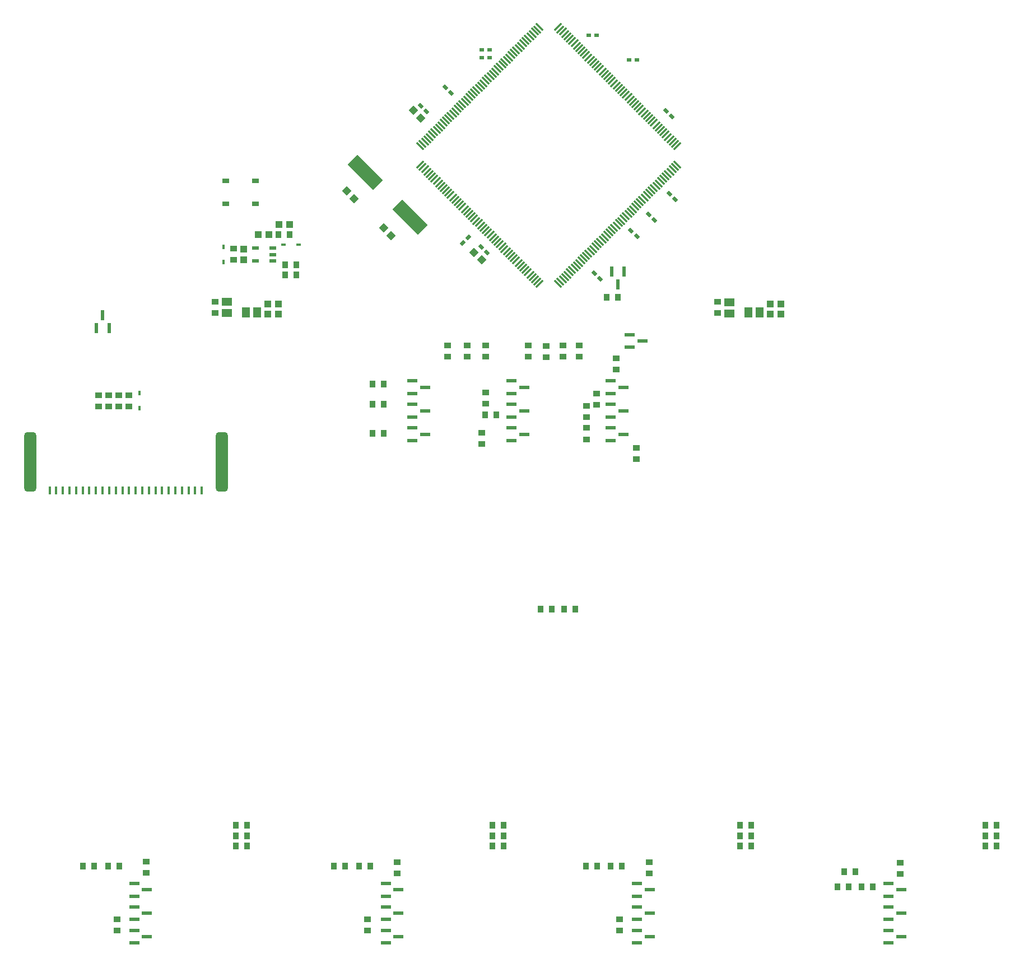
<source format=gbp>
%FSTAX23Y23*%
%MOIN*%
%SFA1B1*%

%IPPOS*%
%AMD66*
4,1,8,0.035400,-0.159400,0.035400,0.159400,0.017700,0.177200,-0.017700,0.177200,-0.035400,0.159400,-0.035400,-0.159400,-0.017700,-0.177200,0.017700,-0.177200,0.035400,-0.159400,0.0*
1,1,0.035433,0.017700,-0.159400*
1,1,0.035433,0.017700,0.159400*
1,1,0.035433,-0.017700,0.159400*
1,1,0.035433,-0.017700,-0.159400*
%
%AMD69*
4,1,4,-0.027700,0.000000,0.000000,-0.027700,0.027700,0.000000,0.000000,0.027700,-0.027700,0.000000,0.0*
%
%AMD70*
4,1,4,0.002800,-0.019400,0.019400,-0.002800,-0.002800,0.019400,-0.019400,0.002800,0.002800,-0.019400,0.0*
%
%AMD71*
4,1,4,0.019400,0.002800,0.002800,0.019400,-0.019400,-0.002800,-0.002800,-0.019400,0.019400,0.002800,0.0*
%
%AMD77*
4,1,4,0.024300,0.016000,0.016000,0.024300,-0.024300,-0.016000,-0.016000,-0.024300,0.024300,0.016000,0.0*
%
%AMD78*
4,1,4,-0.016000,0.024300,-0.024300,0.016000,0.016000,-0.024300,0.024300,-0.016000,-0.016000,0.024300,0.0*
%
%AMD79*
4,1,4,0.105900,-0.047200,-0.047200,0.105900,-0.105900,0.047200,0.047200,-0.105900,0.105900,-0.047200,0.0*
%
%ADD18R,0.039370X0.035433*%
%ADD20R,0.035433X0.039370*%
%ADD27R,0.051181X0.059055*%
%ADD28R,0.039370X0.039370*%
G04~CAMADD=66~8~0.0~0.0~3543.3~708.7~177.2~0.0~15~0.0~0.0~0.0~0.0~0~0.0~0.0~0.0~0.0~0~0.0~0.0~0.0~270.0~710.0~3544.0*
%ADD66D66*%
%ADD67R,0.011811X0.051181*%
%ADD68R,0.059055X0.023622*%
G04~CAMADD=69~10~0.0~393.7~0.0~0.0~0.0~0.0~0~0.0~0.0~0.0~0.0~0~0.0~0.0~0.0~0.0~0~0.0~0.0~0.0~135.0~393.7~0.0*
%ADD69D69*%
G04~CAMADD=70~9~0.0~0.0~236.2~315.0~0.0~0.0~0~0.0~0.0~0.0~0.0~0~0.0~0.0~0.0~0.0~0~0.0~0.0~0.0~225.0~388.0~387.0*
%ADD70D70*%
G04~CAMADD=71~9~0.0~0.0~236.2~315.0~0.0~0.0~0~0.0~0.0~0.0~0.0~0~0.0~0.0~0.0~0.0~0~0.0~0.0~0.0~315.0~388.0~387.0*
%ADD71D71*%
%ADD72R,0.031496X0.023622*%
%ADD73R,0.023622X0.059055*%
%ADD74R,0.059055X0.051181*%
%ADD75R,0.039370X0.039370*%
%ADD76R,0.039370X0.023622*%
G04~CAMADD=77~9~0.0~0.0~118.1~570.9~0.0~0.0~0~0.0~0.0~0.0~0.0~0~0.0~0.0~0.0~0.0~0~0.0~0.0~0.0~315.0~486.0~485.0*
%ADD77D77*%
G04~CAMADD=78~9~0.0~0.0~118.1~570.9~0.0~0.0~0~0.0~0.0~0.0~0.0~0~0.0~0.0~0.0~0.0~0~0.0~0.0~0.0~45.0~486.0~485.0*
%ADD78D78*%
G04~CAMADD=79~9~0.0~0.0~2165.0~830.0~0.0~0.0~0~0.0~0.0~0.0~0.0~0~0.0~0.0~0.0~0.0~0~0.0~0.0~0.0~315.0~2118.0~2117.0*
%ADD79D79*%
%ADD80R,0.017716X0.027559*%
%ADD81R,0.043307X0.027559*%
%ADD82R,0.027559X0.017716*%
%LNduo_x-1*%
%LPD*%
G54D18*
X02077Y00263D03*
Y00196D03*
X03575Y00263D03*
Y00196D03*
X0507Y0026D03*
Y00193D03*
X00581Y00266D03*
Y00199D03*
X03378Y03262D03*
Y03195D03*
X02855Y03338D03*
Y03271D03*
X0316Y03338D03*
Y03271D03*
X03062Y03338D03*
Y03271D03*
X02963Y03336D03*
Y03269D03*
X02603Y0334D03*
Y03273D03*
X02493Y03339D03*
Y03272D03*
X02377Y03338D03*
Y03271D03*
X00298Y03043D03*
Y02976D03*
X0041Y-00079D03*
Y-00146D03*
X00478Y03043D03*
Y02976D03*
X01104Y03914D03*
Y03847D03*
X01898Y-00079D03*
Y-00146D03*
X03203Y0278D03*
Y02847D03*
X03202Y02911D03*
Y02978D03*
X03264Y03053D03*
Y02986D03*
X035Y02663D03*
Y0273D03*
X03983Y03531D03*
Y03598D03*
X00358Y03043D03*
Y02976D03*
X00418Y03043D03*
Y02976D03*
X00993Y03533D03*
Y036D03*
X02578Y02751D03*
Y02818D03*
X02603Y02991D03*
Y03058D03*
X03398Y-00079D03*
Y-00146D03*
G54D20*
X05643Y0036D03*
X05576D03*
X05643Y00419D03*
X05576D03*
X05643Y00481D03*
X05576D03*
X04183Y0036D03*
X04117D03*
X04183Y00419D03*
X04117D03*
X04183Y00481D03*
X04117D03*
X02708Y0036D03*
X02641D03*
X02708Y00419D03*
X02641D03*
X02708Y00481D03*
X02641D03*
X01182Y00359D03*
X01115D03*
X01182Y00419D03*
X01115D03*
X01182Y00481D03*
X01115D03*
X00355Y0024D03*
X00422D03*
X0141Y03819D03*
X01477D03*
X01997Y0311D03*
X0193D03*
X02665Y02924D03*
X02598D03*
X03389Y03625D03*
X03322D03*
X04802Y00205D03*
X04735D03*
X04907Y00115D03*
X0484D03*
X00272Y0024D03*
X00205D03*
X0137Y03999D03*
X01437D03*
X0141Y03759D03*
X01477D03*
X01767Y0024D03*
X017D03*
X0185D03*
X01917D03*
X01997Y02814D03*
X0193D03*
X01997Y02987D03*
X0193D03*
X02997Y0177D03*
X0293D03*
X0307D03*
X03137D03*
X03267Y0024D03*
X032D03*
X03347D03*
X03414D03*
X04762Y00115D03*
X04695D03*
G54D27*
X01175Y03535D03*
X01242D03*
X04165D03*
X04232D03*
G54D28*
X01307Y03585D03*
X0137D03*
X01372Y0406D03*
X01435D03*
X04297Y03585D03*
X0436D03*
X01307Y03525D03*
X0137D03*
X01249Y03999D03*
X01312D03*
X04297Y03525D03*
X0436D03*
G54D66*
X01032Y02645D03*
X-00107D03*
G54D67*
X00914Y02474D03*
X00874D03*
X00835D03*
X00795D03*
X00756D03*
X00717D03*
X00677D03*
X00638D03*
X00599D03*
X00559D03*
X0052D03*
X0048D03*
X00441D03*
X00402D03*
X00362D03*
X00323D03*
X00284D03*
X00244D03*
X00205D03*
X00165D03*
X00126D03*
X00087D03*
X00047D03*
X00008D03*
G54D68*
X00587Y-00182D03*
X00512Y-00144D03*
Y-00219D03*
X00587Y-00042D03*
X00512Y-00004D03*
Y-00079D03*
X00587Y00097D03*
X00512Y00135D03*
Y0006D03*
X02831Y0281D03*
X02756Y02847D03*
Y02772D03*
X02831Y0295D03*
X02756Y02987D03*
Y02912D03*
X02831Y0309D03*
X02756Y03127D03*
Y03052D03*
X05075Y-00182D03*
X05Y-00144D03*
Y-00219D03*
X05075Y-00042D03*
X05Y-00004D03*
Y-00079D03*
X05075Y00097D03*
X05Y00135D03*
Y0006D03*
X02083Y-00182D03*
X02008Y-00144D03*
Y-00219D03*
X02083Y00097D03*
X02008Y00135D03*
Y0006D03*
X02241Y0309D03*
X02166Y03127D03*
Y03052D03*
X02241Y0295D03*
X02166Y02987D03*
Y02912D03*
X03422Y0309D03*
X03347Y03127D03*
Y03052D03*
X03422Y0295D03*
X03347Y02987D03*
Y02912D03*
X03535Y03366D03*
X0346Y03403D03*
Y03329D03*
X03579Y-00182D03*
X03504Y-00144D03*
Y-00219D03*
X03579Y00097D03*
X03504Y00135D03*
Y0006D03*
X02083Y-00042D03*
X02008Y-00004D03*
Y-00079D03*
X02241Y0281D03*
X02166Y02847D03*
Y02772D03*
X03422Y0281D03*
X03347Y02847D03*
Y02772D03*
X03579Y-00042D03*
X03504Y-00004D03*
Y-00079D03*
G54D69*
X01776Y04257D03*
X0182Y04212D03*
X01996Y04037D03*
X0204Y03992D03*
X02215Y04692D03*
X02171Y04737D03*
X02534Y03892D03*
X02578Y03847D03*
G54D70*
X0225Y04733D03*
X02216Y04766D03*
X02397Y04842D03*
X02363Y04875D03*
X0261Y03891D03*
X02576Y03925D03*
X03248Y0377D03*
X03282Y03736D03*
X03467Y04021D03*
X03501Y03988D03*
X03573Y04118D03*
X03607Y04085D03*
X03696Y04241D03*
X0373Y04208D03*
X03676Y04736D03*
X0371Y04703D03*
G54D71*
X025Y03981D03*
X02466Y03948D03*
G54D72*
X02627Y051D03*
X0258D03*
X03215Y05185D03*
X03262D03*
X03502Y0504D03*
X03455D03*
X02627Y05053D03*
X0258D03*
G54D73*
X03352Y03777D03*
X03426D03*
X03389Y03702D03*
X00324Y03517D03*
X00287Y03442D03*
X00362D03*
G54D74*
X01063Y03598D03*
Y03531D03*
X04052Y03596D03*
Y0353D03*
G54D75*
X01164Y03849D03*
Y03912D03*
G54D76*
X01335Y03917D03*
Y03879D03*
Y03842D03*
X01232D03*
Y03917D03*
G54D77*
X02923Y03705D03*
X02909Y03719D03*
X02895Y03732D03*
X02881Y03746D03*
X02868Y0376D03*
X02854Y03774D03*
X0284Y03788D03*
X02826Y03802D03*
X02812Y03816D03*
X02798Y0383D03*
X02784Y03844D03*
X0277Y03858D03*
X02756Y03872D03*
X02742Y03886D03*
X02728Y039D03*
X02714Y03913D03*
X02701Y03927D03*
X02687Y03941D03*
X02673Y03955D03*
X02659Y03969D03*
X02645Y03983D03*
X02631Y03997D03*
X02617Y04011D03*
X02603Y04025D03*
X02589Y04039D03*
X02575Y04053D03*
X02561Y04067D03*
X02547Y0408D03*
X02533Y04094D03*
X0252Y04108D03*
X02506Y04122D03*
X02492Y04136D03*
X02478Y0415D03*
X02464Y04164D03*
X0245Y04178D03*
X02436Y04192D03*
X02422Y04206D03*
X02408Y0422D03*
X02394Y04234D03*
X0238Y04247D03*
X02366Y04261D03*
X02353Y04275D03*
X02339Y04289D03*
X02325Y04303D03*
X02311Y04317D03*
X02297Y04331D03*
X02283Y04345D03*
X02269Y04359D03*
X02255Y04373D03*
X02241Y04387D03*
X02227Y04401D03*
X02213Y04415D03*
X03033Y05234D03*
X03047Y0522D03*
X03061Y05207D03*
X03075Y05193D03*
X03089Y05179D03*
X03103Y05165D03*
X03117Y05151D03*
X03131Y05137D03*
X03145Y05123D03*
X03158Y05109D03*
X03172Y05095D03*
X03186Y05081D03*
X032Y05067D03*
X03214Y05053D03*
X03228Y0504D03*
X03242Y05026D03*
X03256Y05012D03*
X0327Y04998D03*
X03284Y04984D03*
X03298Y0497D03*
X03312Y04956D03*
X03325Y04942D03*
X03339Y04928D03*
X03353Y04914D03*
X03367Y049D03*
X03381Y04886D03*
X03395Y04872D03*
X03409Y04859D03*
X03423Y04845D03*
X03437Y04831D03*
X03451Y04817D03*
X03465Y04803D03*
X03479Y04789D03*
X03493Y04775D03*
X03506Y04761D03*
X0352Y04747D03*
X03534Y04733D03*
X03548Y04719D03*
X03562Y04705D03*
X03576Y04692D03*
X0359Y04678D03*
X03604Y04664D03*
X03618Y0465D03*
X03632Y04636D03*
X03646Y04622D03*
X0366Y04608D03*
X03673Y04594D03*
X03687Y0458D03*
X03701Y04566D03*
X03715Y04552D03*
X03729Y04538D03*
X03743Y04524D03*
G54D78*
X02213Y04524D03*
X02227Y04538D03*
X02241Y04552D03*
X02255Y04566D03*
X02269Y0458D03*
X02283Y04594D03*
X02297Y04608D03*
X02311Y04622D03*
X02325Y04636D03*
X02339Y0465D03*
X02353Y04664D03*
X02366Y04678D03*
X0238Y04692D03*
X02394Y04705D03*
X02408Y04719D03*
X02422Y04733D03*
X02436Y04747D03*
X0245Y04761D03*
X02464Y04775D03*
X02478Y04789D03*
X02492Y04803D03*
X02506Y04817D03*
X0252Y04831D03*
X02533Y04845D03*
X02547Y04859D03*
X02561Y04872D03*
X02575Y04886D03*
X02589Y049D03*
X02603Y04914D03*
X02617Y04928D03*
X02631Y04942D03*
X02645Y04956D03*
X02659Y0497D03*
X02673Y04984D03*
X02687Y04998D03*
X02701Y05012D03*
X02714Y05026D03*
X02728Y0504D03*
X02742Y05053D03*
X02756Y05067D03*
X0277Y05081D03*
X02784Y05095D03*
X02798Y05109D03*
X02812Y05123D03*
X02826Y05137D03*
X0284Y05151D03*
X02854Y05165D03*
X02868Y05179D03*
X02881Y05193D03*
X02895Y05207D03*
X02909Y0522D03*
X02923Y05234D03*
X03743Y04415D03*
X03729Y04401D03*
X03715Y04387D03*
X03701Y04373D03*
X03687Y04359D03*
X03673Y04345D03*
X0366Y04331D03*
X03646Y04317D03*
X03632Y04303D03*
X03618Y04289D03*
X03604Y04275D03*
X0359Y04261D03*
X03576Y04247D03*
X03562Y04234D03*
X03548Y0422D03*
X03534Y04206D03*
X0352Y04192D03*
X03506Y04178D03*
X03493Y04164D03*
X03479Y0415D03*
X03465Y04136D03*
X03451Y04122D03*
X03437Y04108D03*
X03423Y04094D03*
X03409Y0408D03*
X03395Y04067D03*
X03381Y04053D03*
X03367Y04039D03*
X03353Y04025D03*
X03339Y04011D03*
X03325Y03997D03*
X03312Y03983D03*
X03298Y03969D03*
X03284Y03955D03*
X0327Y03941D03*
X03256Y03927D03*
X03242Y03913D03*
X03228Y039D03*
X03214Y03886D03*
X032Y03872D03*
X03186Y03858D03*
X03172Y03844D03*
X03158Y0383D03*
X03145Y03816D03*
X03131Y03802D03*
X03117Y03788D03*
X03103Y03774D03*
X03089Y0376D03*
X03075Y03746D03*
X03061Y03732D03*
X03047Y03719D03*
X03033Y03705D03*
G54D79*
X02152Y04101D03*
X01885Y04368D03*
G54D80*
X00542Y03055D03*
Y02964D03*
X01044Y03926D03*
Y03835D03*
G54D81*
X01231Y04318D03*
X01056D03*
Y04181D03*
X01231D03*
G54D82*
X01398Y03939D03*
X01489D03*
M02*
</source>
